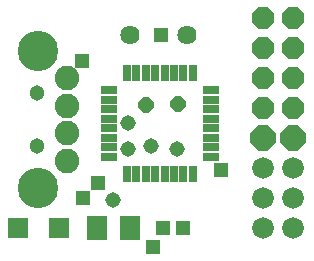
<source format=gts>
G75*
%MOIN*%
%OFA0B0*%
%FSLAX25Y25*%
%IPPOS*%
%LPD*%
%AMOC8*
5,1,8,0,0,1.08239X$1,22.5*
%
%ADD10R,0.05131X0.04737*%
%ADD11R,0.06706X0.06706*%
%ADD12C,0.07200*%
%ADD13OC8,0.07400*%
%ADD14C,0.08200*%
%ADD15C,0.13461*%
%ADD16C,0.05131*%
%ADD17R,0.07099X0.07887*%
%ADD18R,0.03000X0.05800*%
%ADD19R,0.05800X0.03000*%
%ADD20C,0.06400*%
%ADD21OC8,0.08400*%
%ADD22OC8,0.05162*%
%ADD23C,0.05162*%
%ADD24R,0.05162X0.05162*%
D10*
X0113132Y0016800D03*
X0119825Y0016800D03*
D11*
X0064589Y0016800D03*
X0078369Y0016800D03*
D12*
X0146479Y0016800D03*
X0156479Y0016800D03*
X0156479Y0026800D03*
X0146479Y0026800D03*
X0146479Y0036800D03*
X0156479Y0036800D03*
D13*
X0156479Y0056800D03*
X0146479Y0056800D03*
X0146479Y0066800D03*
X0156479Y0066800D03*
X0156479Y0076800D03*
X0146479Y0076800D03*
X0146479Y0086800D03*
X0156479Y0086800D03*
D14*
X0080928Y0066800D03*
X0080928Y0057457D03*
X0080928Y0048583D03*
X0080928Y0039241D03*
D15*
X0071479Y0030186D03*
X0071479Y0075855D03*
D16*
X0071085Y0061879D03*
X0071085Y0044162D03*
D17*
X0090967Y0016800D03*
X0101991Y0016800D03*
D18*
X0101005Y0034900D03*
X0104155Y0034900D03*
X0107305Y0034900D03*
X0110454Y0034900D03*
X0113604Y0034900D03*
X0116753Y0034900D03*
X0119903Y0034900D03*
X0123053Y0034900D03*
X0123053Y0068700D03*
X0119903Y0068700D03*
X0116753Y0068700D03*
X0113604Y0068700D03*
X0110454Y0068700D03*
X0107305Y0068700D03*
X0104155Y0068700D03*
X0101005Y0068700D03*
D19*
X0095129Y0062824D03*
X0095129Y0059674D03*
X0095129Y0056524D03*
X0095129Y0053375D03*
X0095129Y0050225D03*
X0095129Y0047076D03*
X0095129Y0043926D03*
X0095129Y0040776D03*
X0128929Y0040776D03*
X0128929Y0043926D03*
X0128929Y0047076D03*
X0128929Y0050225D03*
X0128929Y0053375D03*
X0128929Y0056524D03*
X0128929Y0059674D03*
X0128929Y0062824D03*
D20*
X0120979Y0081300D03*
X0101979Y0081300D03*
D21*
X0146479Y0046800D03*
X0156479Y0046800D03*
D22*
X0118079Y0058200D03*
X0107479Y0057800D03*
D23*
X0101479Y0051800D03*
X0109079Y0044400D03*
X0101279Y0043400D03*
X0117679Y0043200D03*
X0096479Y0026400D03*
D24*
X0091479Y0031800D03*
X0086479Y0026800D03*
X0109679Y0010600D03*
X0132279Y0036200D03*
X0086079Y0072600D03*
X0112479Y0081200D03*
M02*

</source>
